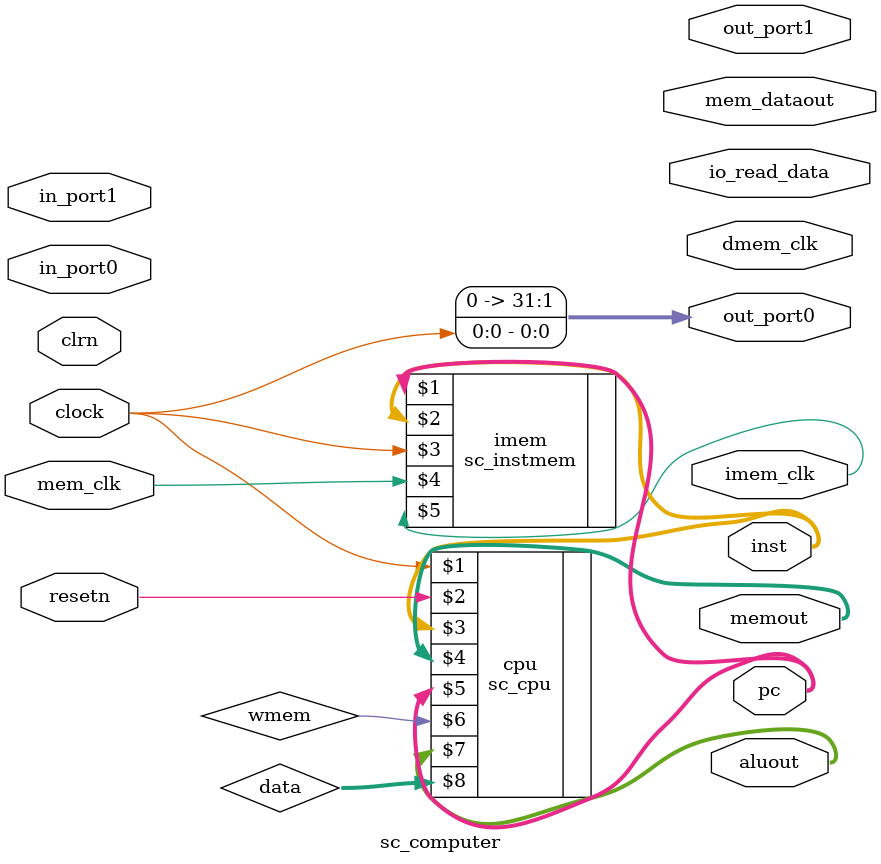
<source format=v>

module sc_computer (resetn,clock,mem_clk,pc,inst,aluout,memout,imem_clk,dmem_clk,
clrn,out_port0,out_port1,in_port0,in_port1,mem_dataout,io_read_data);
   
   input resetn,clock,mem_clk;
   output [31:0] pc,inst,aluout,memout;
   output        imem_clk,dmem_clk;
   wire   [31:0] data;
   wire          wmem; // all these "wire"s are used to connect or interface the cpu,dmem,imem and so on.
   
   input clrn;
   input [31:0] in_port0,in_port1;
   output [31:0] out_port0,out_port1;
   output [31:0] mem_dataout;
   output [31:0] io_read_data;
   
   
   sc_cpu cpu (clock,resetn,inst,memout,pc,wmem,aluout,data);          // CPU module.
   sc_instmem  imem (pc,inst,clock,mem_clk,imem_clk);                  // instruction memory.
   //sc_datamem  dmem (aluout,data,memout,wmem,clock,mem_clk,dmem_clk,clrn,
	//out_port0,out_port1,in_port0,in_port1,mem_dataout,io_read_data); // data memory.
	assign out_port0=clock;
endmodule





</source>
